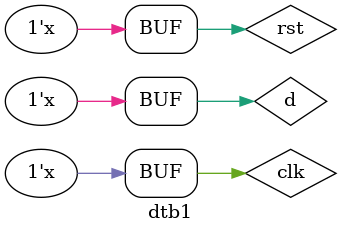
<source format=v>
`timescale 1ns / 1ps


module dtb1(

    );
    wire q,qb;
    reg clk,d,rst;
    dff1 uut(.clk(clk),.rst(rst),.d(d),.q(q),.qb(qb));
    initial begin
     
     clk=1'b0;
     rst=1'b0;
     d=1'b0;
     end
     always#5 clk=~clk;
     always#10 d=~d;
     always#100 rst=~rst;
endmodule

</source>
